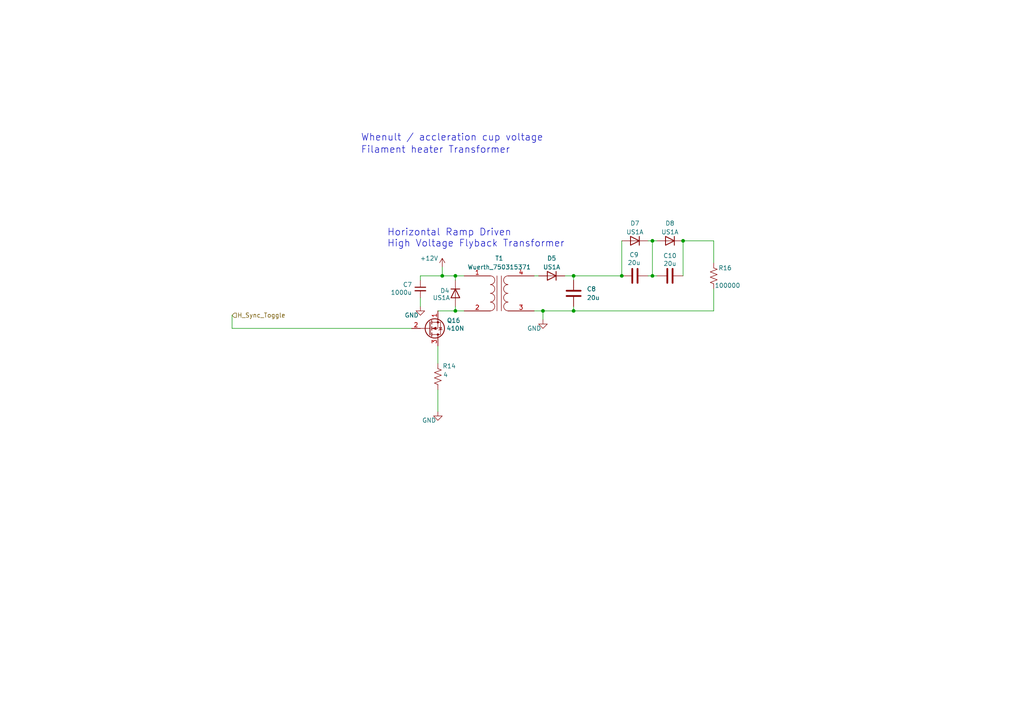
<source format=kicad_sch>
(kicad_sch (version 20231120) (generator "eeschema") (generator_version "8.0")
  (paper "A4")
  (lib_symbols
    (symbol "Device:C" (pin_numbers hide) (pin_names (offset 0.254))
      (property "Reference" "C" (at 0.635 2.54 0))
      (property "Value" "C" (at 0.635 -2.54 0))
      (symbol "C_0_1"
        (polyline (pts (xy -2.032 -0.762) (xy 2.032 -0.762)) (stroke (width 0.508)))
        (polyline (pts (xy -2.032 0.762) (xy 2.032 0.762)) (stroke (width 0.508)))
      )
      (symbol "C_1_1"
        (pin passive line (at 0 3.81 270) (length 2.794) (name "~") (number "1"))
        (pin passive line (at 0 -3.81 90) (length 2.794) (name "~") (number "2"))
      )
    )
    (symbol "Device:C_Small" (pin_numbers hide) (pin_names (offset 0.254) hide)
      (property "Reference" "C" (at 0.254 1.778 0))
      (property "Value" "C_Small" (at 0.254 -2.032 0))
      (symbol "C_Small_0_1"
        (polyline (pts (xy -1.524 -0.508) (xy 1.524 -0.508)) (stroke (width 0.3302)))
        (polyline (pts (xy -1.524 0.508) (xy 1.524 0.508)) (stroke (width 0.3048)))
      )
      (symbol "C_Small_1_1"
        (pin passive line (at 0 2.54 270) (length 2.032) (name "~") (number "1"))
        (pin passive line (at 0 -2.54 90) (length 2.032) (name "~") (number "2"))
      )
    )
    (symbol "Device:R_US" (pin_numbers hide) (pin_names (offset 0))
      (property "Reference" "R" (at 2.54 0 90))
      (property "Value" "R_US" (at -2.54 0 90))
      (symbol "R_US_0_1"
        (polyline (pts (xy 0 -2.286) (xy 0 -2.54)))
        (polyline (pts (xy 0 2.286) (xy 0 2.54)))
        (polyline (pts (xy 0 -0.762) (xy 1.016 -1.143) (xy 0 -1.524) (xy -1.016 -1.905) (xy 0 -2.286)))
        (polyline (pts (xy 0 0.762) (xy 1.016 0.381) (xy 0 0) (xy -1.016 -0.381) (xy 0 -0.762)))
        (polyline (pts (xy 0 2.286) (xy 1.016 1.905) (xy 0 1.524) (xy -1.016 1.143) (xy 0 0.762)))
      )
      (symbol "R_US_1_1"
        (pin passive line (at 0 3.81 270) (length 1.27) (name "~") (number "1"))
        (pin passive line (at 0 -3.81 90) (length 1.27) (name "~") (number "2"))
      )
    )
    (symbol "Device:Transformer_1P_1S" (pin_names (offset 1.016) hide)
      (property "Reference" "T" (at 0 6.35 0))
      (property "Value" "Transformer_1P_1S" (at 0 -7.62 0))
      (symbol "Transformer_1P_1S_0_1"
        (arc (start -2.54 -5.0546) (mid -1.6599 -4.6901) (end -1.27 -3.81))
        (arc (start -2.54 -2.5146) (mid -1.6599 -2.1501) (end -1.27 -1.27))
        (arc (start -2.54 0.0254) (mid -1.6599 0.3899) (end -1.27 1.27))
        (arc (start -2.54 2.5654) (mid -1.6599 2.9299) (end -1.27 3.81))
        (arc (start -1.27 -3.81) (mid -1.642 -2.912) (end -2.54 -2.54))
        (arc (start -1.27 -1.27) (mid -1.642 -0.372) (end -2.54 0))
        (arc (start -1.27 1.27) (mid -1.642 2.168) (end -2.54 2.54))
        (arc (start -1.27 3.81) (mid -1.642 4.708) (end -2.54 5.08))
        (polyline (pts (xy -0.635 5.08) (xy -0.635 -5.08)))
        (polyline (pts (xy 0.635 -5.08) (xy 0.635 5.08)))
        (arc (start 1.2954 -1.27) (mid 1.6599 -2.1501) (end 2.54 -2.5146))
        (arc (start 1.2954 1.27) (mid 1.6599 0.3899) (end 2.54 0.0254))
        (arc (start 1.2954 3.81) (mid 1.6599 2.9299) (end 2.54 2.5654))
        (arc (start 1.3208 -3.81) (mid 1.6853 -4.6901) (end 2.5654 -5.0546))
        (arc (start 2.54 0) (mid 1.642 -0.372) (end 1.2954 -1.27))
        (arc (start 2.54 2.54) (mid 1.642 2.168) (end 1.2954 1.27))
        (arc (start 2.54 5.08) (mid 1.642 4.708) (end 1.2954 3.81))
        (arc (start 2.5654 -2.54) (mid 1.6674 -2.912) (end 1.3208 -3.81))
      )
      (symbol "Transformer_1P_1S_1_1"
        (pin passive line (at -10.16 5.08 0) (length 7.62) (name "AA") (number "1"))
        (pin passive line (at -10.16 -5.08 0) (length 7.62) (name "AB") (number "2"))
        (pin passive line (at 10.16 -5.08 180) (length 7.62) (name "SA") (number "3"))
        (pin passive line (at 10.16 5.08 180) (length 7.62) (name "SB") (number "4"))
      )
    )
    (symbol "Diode:US1A" (pin_numbers hide) (pin_names hide)
      (property "Reference" "D" (at 0 2.54 0))
      (property "Value" "US1A" (at 0 -2.54 0))
      (symbol "US1A_0_1"
        (polyline (pts (xy -1.27 1.27) (xy -1.27 -1.27)) (stroke (width 0.254)))
        (polyline (pts (xy 1.27 0) (xy -1.27 0)))
        (polyline (pts (xy 1.27 1.27) (xy 1.27 -1.27) (xy -1.27 0) (xy 1.27 1.27)) (stroke (width 0.254)))
      )
      (symbol "US1A_1_1"
        (pin passive line (at -3.81 0 0) (length 2.54) (name "K") (number "1"))
        (pin passive line (at 3.81 0 180) (length 2.54) (name "A") (number "2"))
      )
    )
    (symbol "Transistor_FET:2N7000" (pin_names hide)
      (property "Reference" "Q" (at 5.08 1.905 0))
      (property "Value" "2N7000" (at 5.08 0 0))
      (symbol "2N7000_0_1"
        (polyline (pts (xy 0.254 0) (xy -2.54 0)))
        (polyline (pts (xy 0.254 1.905) (xy 0.254 -1.905)) (stroke (width 0.254)))
        (polyline (pts (xy 0.762 -1.27) (xy 0.762 -2.286)) (stroke (width 0.254)))
        (polyline (pts (xy 0.762 0.508) (xy 0.762 -0.508)) (stroke (width 0.254)))
        (polyline (pts (xy 0.762 2.286) (xy 0.762 1.27)) (stroke (width 0.254)))
        (polyline (pts (xy 2.54 2.54) (xy 2.54 1.778)))
        (polyline (pts (xy 2.54 -2.54) (xy 2.54 0) (xy 0.762 0)))
        (polyline (pts (xy 0.762 -1.778) (xy 3.302 -1.778) (xy 3.302 1.778) (xy 0.762 1.778)))
        (polyline (pts (xy 1.016 0) (xy 2.032 0.381) (xy 2.032 -0.381) (xy 1.016 0)) (fill (type outline)))
        (polyline (pts (xy 2.794 0.508) (xy 2.921 0.381) (xy 3.683 0.381) (xy 3.81 0.254)))
        (polyline (pts (xy 3.302 0.381) (xy 2.921 -0.254) (xy 3.683 -0.254) (xy 3.302 0.381)))
        (circle (center 1.651 0) (radius 2.794) (stroke (width 0.254)))
        (circle (center 2.54 -1.778) (radius 0.254) (fill (type outline)))
        (circle (center 2.54 1.778) (radius 0.254) (fill (type outline)))
      )
      (symbol "2N7000_1_1"
        (pin passive line (at 2.54 -5.08 90) (length 2.54) (name "S") (number "1"))
        (pin input line (at -5.08 0 0) (length 2.54) (name "G") (number "2"))
        (pin passive line (at 2.54 5.08 270) (length 2.54) (name "D") (number "3"))
      )
    )
    (symbol "power:+12V" (power) (pin_names (offset 0))
      (property "Value" "+12V" (at 0 3.556 0))
      (symbol "+12V_0_1"
        (polyline (pts (xy -0.762 1.27) (xy 0 2.54)))
        (polyline (pts (xy 0 0) (xy 0 2.54)))
        (polyline (pts (xy 0 2.54) (xy 0.762 1.27)))
      )
      (symbol "+12V_1_1"
        (pin power_in line (at 0 0 90) (length 0) hide (name "+12V") (number "1"))
      )
    )
    (symbol "power:GND" (power) (pin_names (offset 0))
      (property "Value" "GND" (at 0 -3.81 0))
      (symbol "GND_0_1"
        (polyline (pts (xy 0 0) (xy 0 -1.27) (xy 1.27 -1.27) (xy 0 -2.54) (xy -1.27 -1.27) (xy 0 -1.27)))
      )
      (symbol "GND_1_1"
        (pin power_in line (at 0 0 270) (length 0) hide (name "GND") (number "1"))
      )
    )
  )
  (junction (at 157.48 90.17))
  (junction (at 189.23 80.01))
  (junction (at 132.08 90.17))
  (junction (at 180.34 80.01))
  (junction (at 166.37 90.17))
  (junction (at 166.37 80.01))
  (junction (at 132.08 80.01))
  (junction (at 189.23 69.85))
  (junction (at 128.27 80.01))
  (junction (at 198.12 69.85))
  (wire (pts (xy 189.23 69.85) (xy 190.5 69.85)))
  (wire (pts (xy 157.48 90.17) (xy 166.37 90.17)))
  (wire (pts (xy 121.92 81.28) (xy 121.92 80.01)))
  (wire (pts (xy 189.23 80.01) (xy 190.5 80.01)))
  (wire (pts (xy 207.01 69.85) (xy 207.01 76.2)))
  (wire (pts (xy 127 90.17) (xy 132.08 90.17)))
  (wire (pts (xy 166.37 80.01) (xy 166.37 81.28)))
  (wire (pts (xy 157.48 90.17) (xy 157.48 92.71)))
  (wire (pts (xy 132.08 88.9) (xy 132.08 90.17)))
  (wire (pts (xy 67.31 91.44) (xy 67.31 95.25)))
  (wire (pts (xy 163.83 80.01) (xy 166.37 80.01)))
  (wire (pts (xy 132.08 90.17) (xy 134.62 90.17)))
  (wire (pts (xy 166.37 88.9) (xy 166.37 90.17)))
  (wire (pts (xy 198.12 69.85) (xy 207.01 69.85)))
  (wire (pts (xy 189.23 69.85) (xy 187.96 69.85)))
  (wire (pts (xy 121.92 86.36) (xy 121.92 88.9)))
  (wire (pts (xy 127 100.33) (xy 127 105.41)))
  (wire (pts (xy 198.12 69.85) (xy 198.12 80.01)))
  (wire (pts (xy 128.27 80.01) (xy 132.08 80.01)))
  (wire (pts (xy 121.92 80.01) (xy 128.27 80.01)))
  (wire (pts (xy 134.62 80.01) (xy 132.08 80.01)))
  (wire (pts (xy 166.37 90.17) (xy 207.01 90.17)))
  (wire (pts (xy 166.37 80.01) (xy 180.34 80.01)))
  (wire (pts (xy 132.08 80.01) (xy 132.08 81.28)))
  (wire (pts (xy 128.27 77.47) (xy 128.27 80.01)))
  (wire (pts (xy 127 113.03) (xy 127 119.38)))
  (wire (pts (xy 67.31 95.25) (xy 119.38 95.25)))
  (wire (pts (xy 189.23 69.85) (xy 189.23 80.01)))
  (wire (pts (xy 154.94 90.17) (xy 157.48 90.17)))
  (wire (pts (xy 207.01 83.82) (xy 207.01 90.17)))
  (wire (pts (xy 180.34 69.85) (xy 180.34 80.01)))
  (wire (pts (xy 187.96 80.01) (xy 189.23 80.01)))
  (wire (pts (xy 154.94 80.01) (xy 156.21 80.01)))
  (text "Whenult / accleration cup voltage" (at 104.648 41.148 0) (effects (font (size 2 2)) (justify left bottom)))
  (text "Filament heater Transformer" (at 104.648 44.704 0) (effects (font (size 2 2)) (justify left bottom)))
  (text "Horizontal Ramp Driven\nHigh Voltage Flyback Transformer" (at 112.268 71.882 0) (effects (font (size 2 2)) (justify left bottom)))
  (hierarchical_label "H_Sync_Toggle" (shape input) (at 67.31 91.44 0))
  (symbol (lib_id "Device:C") (at 184.15 80.01 90) (unit 1)
    (property "Reference" "C9" (at 183.896 73.914 90))
    (property "Value" "20u" (at 183.896 76.2 90))
    (property "Footprint" "Capacitor_SMD:C_0603_1608Metric" (effects (hide yes)))
  )
  (symbol (lib_id "Diode:US1A") (at 184.15 69.85 0) (mirror y) (unit 1)
    (property "Reference" "D7" (at 184.15 64.77 0))
    (property "Value" "US1A" (at 184.15 67.31 0))
    (property "Footprint" "Diode_SMD:D_SMA" (effects (hide yes)))
    (property "Datasheet" "https://www.diodes.com/assets/Datasheets/ds16008.pdf" (effects (hide yes)))
    (property "Sim.Device" "D" (effects (hide yes)))
    (property "Sim.Pins" "1=K 2=A" (effects (hide yes)))
    (property "Sim.Params" "cjo=20p" (effects (hide yes)))
  )
  (symbol (lib_id "power:GND") (at 157.48 92.71 0) (unit 1)
    (property "Reference" "#PWR038" (effects (hide yes)))
    (property "Value" "GND" (at 154.94 95.25 0))
    (property "Sim.Device" "V" (effects (hide yes)))
    (property "Sim.Type" "DC" (effects (hide yes)))
    (property "Sim.Pins" "1=+" (effects (hide yes)))
    (property "Sim.Params" "dc=0" (effects (hide yes)))
  )
  (symbol (lib_id "Device:R_US") (at 207.01 80.01 0) (unit 1)
    (property "Reference" "R16" (at 210.312 77.724 0))
    (property "Value" "100000" (at 207.264 82.804 0) (effects (justify left)))
    (property "Footprint" "Resistor_SMD:R_0603_1608Metric" (effects (hide yes)))
  )
  (symbol (lib_id "Device:C") (at 166.37 85.09 0) (unit 1)
    (property "Reference" "C8" (at 170.18 83.82 0) (effects (justify left)))
    (property "Value" "20u" (at 170.18 86.36 0) (effects (justify left)))
    (property "Footprint" "Capacitor_SMD:C_0603_1608Metric" (effects (hide yes)))
  )
  (symbol (lib_id "power:GND") (at 121.92 88.9 0) (unit 1)
    (property "Reference" "#PWR09" (effects (hide yes)))
    (property "Value" "GND" (at 119.38 91.44 0))
    (property "Sim.Device" "V" (effects (hide yes)))
    (property "Sim.Type" "DC" (effects (hide yes)))
    (property "Sim.Pins" "1=+" (effects (hide yes)))
    (property "Sim.Params" "dc=0" (effects (hide yes)))
  )
  (symbol (lib_id "Diode:US1A") (at 194.31 69.85 0) (mirror y) (unit 1)
    (property "Reference" "D8" (at 194.31 64.77 0))
    (property "Value" "US1A" (at 194.31 67.31 0))
    (property "Footprint" "Diode_SMD:D_SMA" (effects (hide yes)))
    (property "Datasheet" "https://www.diodes.com/assets/Datasheets/ds16008.pdf" (effects (hide yes)))
    (property "Sim.Device" "D" (effects (hide yes)))
    (property "Sim.Pins" "1=K 2=A" (effects (hide yes)))
    (property "Sim.Params" "cjo=20p" (effects (hide yes)))
  )
  (symbol (lib_id "Diode:US1A") (at 160.02 80.01 0) (mirror y) (unit 1)
    (property "Reference" "D5" (at 160.02 74.93 0))
    (property "Value" "US1A" (at 160.02 77.47 0))
    (property "Footprint" "Diode_SMD:D_SMA" (effects (hide yes)))
    (property "Datasheet" "https://www.diodes.com/assets/Datasheets/ds16008.pdf" (effects (hide yes)))
    (property "Sim.Device" "D" (effects (hide yes)))
    (property "Sim.Pins" "1=K 2=A" (effects (hide yes)))
    (property "Sim.Params" "cjo=20p" (effects (hide yes)))
  )
  (symbol (lib_id "Diode:US1A") (at 132.08 85.09 90) (mirror x) (unit 1)
    (property "Reference" "D4" (at 129.032 84.328 90))
    (property "Value" "US1A" (at 128.016 86.36 90))
    (property "Footprint" "Diode_SMD:D_SMA" (effects (hide yes)))
    (property "Datasheet" "https://www.diodes.com/assets/Datasheets/ds16008.pdf" (effects (hide yes)))
    (property "Sim.Device" "D" (effects (hide yes)))
    (property "Sim.Pins" "1=K 2=A" (effects (hide yes)))
    (property "Sim.Params" "cjo=20p" (effects (hide yes)))
  )
  (symbol (lib_id "power:GND") (at 127 119.38 0) (unit 1)
    (property "Reference" "#PWR010" (effects (hide yes)))
    (property "Value" "GND" (at 124.46 121.92 0))
    (property "Sim.Device" "V" (effects (hide yes)))
    (property "Sim.Type" "DC" (effects (hide yes)))
    (property "Sim.Pins" "1=+" (effects (hide yes)))
    (property "Sim.Params" "dc=0" (effects (hide yes)))
  )
  (symbol (lib_id "Device:C") (at 194.31 80.01 90) (unit 1)
    (property "Reference" "C10" (at 194.31 74.168 90))
    (property "Value" "20u" (at 194.31 76.454 90))
    (property "Footprint" "Capacitor_SMD:C_0603_1608Metric" (effects (hide yes)))
  )
  (symbol (lib_id "power:+12V") (at 128.27 77.47 0) (unit 1)
    (property "Reference" "#PWR037" (effects (hide yes)))
    (property "Value" "+12V" (at 124.46 74.93 0))
  )
  (symbol (lib_id "Device:Transformer_1P_1S") (at 144.78 85.09 0) (unit 1)
    (property "Reference" "T1" (at 144.7927 74.93 0))
    (property "Value" "Wuerth_750315371" (at 144.7927 77.47 0))
    (property "Footprint" "Transformer_SMD:Transformer_Wuerth_750315371" (effects (hide yes)))
    (property "Sim.Library" "FlyBackTransformer.lib" (effects (hide yes)))
    (property "Sim.Name" "transformer" (effects (hide yes)))
    (property "Sim.Device" "SUBCKT" (effects (hide yes)))
    (property "Sim.Pins" "1=1 2=2 3=3 4=4" (effects (hide yes)))
    (property "Sim.Params" "coef=0.95" (effects (hide yes)))
  )
  (symbol (lib_id "Device:C_Small") (at 121.92 83.82 0) (unit 1)
    (property "Reference" "C7" (at 116.84 82.55 0) (effects (justify left)))
    (property "Value" "1000u" (at 113.284 84.836 0) (effects (justify left)))
    (property "Footprint" "Capacitor_SMD:C_1206_3216Metric" (effects (hide yes)))
    (property "Sim.Device" "C" (effects (hide yes)))
    (property "Sim.Pins" "1=+ 2=-" (effects (hide yes)))
  )
  (symbol (lib_id "Transistor_FET:2N7000") (at 124.46 95.25 0) (mirror x) (unit 1)
    (property "Reference" "Q16" (at 131.572 92.964 0))
    (property "Value" "410N" (at 132.08 95.25 0))
    (property "Footprint" "Package_TO_SOT_SMD:SOT-23" (effects (hide yes)))
    (property "Datasheet" "https://www.vishay.com/docs/70226/70226.pdf" (effects (hide yes)))
    (property "Sim.Device" "SUBCKT" (effects (hide yes)))
    (property "Sim.Pins" "1=drain 2=gate 3=source" (effects (hide yes)))
    (property "Sim.Library" "OptiMOS3_300V.lib" (effects (hide yes)))
    (property "Sim.Name" "IPP410N30N_L0" (effects (hide yes)))
  )
  (symbol (lib_id "Device:R_US") (at 127 109.22 0) (unit 1)
    (property "Reference" "R14" (at 130.302 106.172 0))
    (property "Value" "4" (at 128.524 108.712 0) (effects (justify left)))
    (property "Footprint" "Resistor_SMD:R_0603_1608Metric" (effects (hide yes)))
  )
)
</source>
